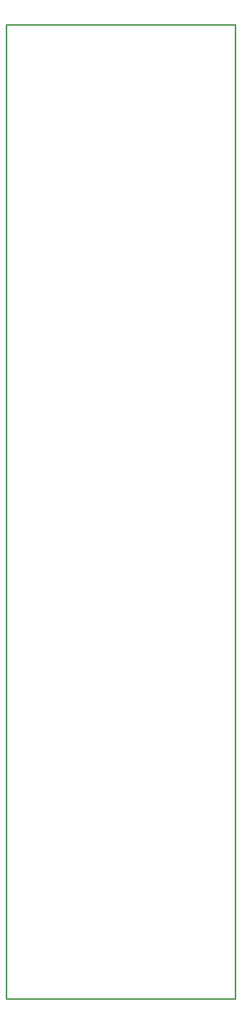
<source format=gbr>
G75*
G71*
%MOMM*%
%OFA0B0*%
%FSLAX53Y53*%
%IPPOS*%
%LPD*%
%ADD10C,0.25000*%
D10*
X0000000Y0000000D02*
X0000000Y0170170D01*
X0040130Y0170170D01*
X0040130Y0000000D01*
X0000000Y0000000D01*
M02*

</source>
